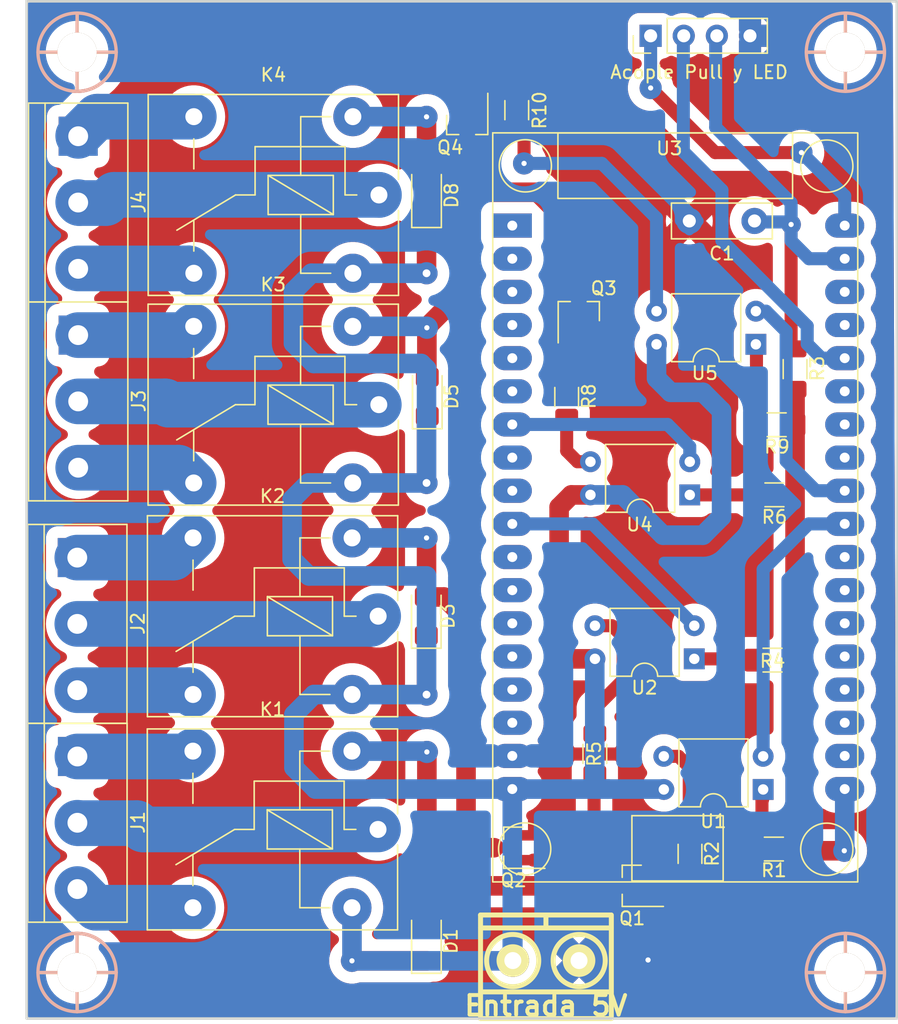
<source format=kicad_pcb>
(kicad_pcb (version 20221018) (generator pcbnew)
  (layers (0 "F.Cu" signal) (31 "B.Cu" signal) (34 "B.Paste" user) (35 "F.Paste" user) (36 "B.SilkS" user "B.Silkscreen") (37 "F.SilkS" user "F.Silkscreen") (38 "B.Mask" user) (39 "F.Mask" user) (44 "Edge.Cuts" user))
  (net 0 "")
  (net 1 "/NC1")
  (net 2 "+5V")
  (net 3 "/COM1")
  (net 4 "Net-(D1-A)")
  (net 5 "/NO1")
  (net 6 "/NC2")
  (net 7 "/COM2")
  (net 8 "Net-(D3-A)")
  (net 9 "/NO2")
  (net 10 "/NC3")
  (net 11 "/COM3")
  (net 12 "Net-(D5-A)")
  (net 13 "/NO3")
  (net 14 "/NC4")
  (net 15 "/COM4")
  (net 16 "Net-(D8-A)")
  (net 17 "/NO4")
  (net 18 "GND")
  (net 19 "Net-(Q1-B)")
  (net 20 "Net-(Q2-B)")
  (net 21 "Net-(Q3-B)")
  (net 22 "Net-(Q4-B)")
  (net 27 "/BT_Config")
  (net 29 "/IN1")
  (net 30 "/IN2")
  (net 36 "+3V3")
  (net 45 "/IN4")
  (net 46 "/IN3")
  (net 49 "Net-(R1-Pad2)")
  (net 50 "Net-(R2-Pad1)")
  (net 51 "Net-(R4-Pad2)")
  (net 52 "Net-(R5-Pad1)")
  (net 53 "Net-(R6-Pad2)")
  (net 54 "Net-(R8-Pad1)")
  (net 55 "Net-(R9-Pad2)")
  (net 56 "Net-(R10-Pad1)")
  (net 57 "/IN0")
  (net 58 "/7")
  (net 61 "unconnected-(U3-IO25-Pad8)")
  (net 63 "/LED_ConfigWIFI")
  (net 64 "/LED_ConfigBT")
  (footprint "Package_TO_SOT_SMD:SOT-23_Handsoldering" (layer "F.Cu") (at 113.96 84.6 180)
    (fp_text reference "Q1" (at 0 -2.5) (layer "F.SilkS"))
    (fp_text value "S8050" hide)
    (pad "1" smd rect (at -1.5 -0.95 180) (size 1.9 0.8) (layers "F.Cu" "F.Paste" "F.Mask") (net 19 "Net-(Q1-B)"))
    (pad "2" smd rect (at -1.5 0.95 180) (size 1.9 0.8) (layers "F.Cu" "F.Paste" "F.Mask") (net 18 "GND"))
    (pad "3" smd rect (at 1.5 0 180) (size 1.9 0.8) (layers "F.Cu" "F.Paste" "F.Mask") (net 4 "Net-(D1-A)"))
  )
  (footprint "Resistor_SMD:R_1206_3216Metric_Pad1.30x1.75mm_HandSolder" (layer "F.Cu") (at 126.4596 45.0028 90)
    (fp_text reference "R3" (at 0.0448 1.7088 90) (layer "F.SilkS"))
    (fp_text value "4,7k" hide)
    (pad "1" smd roundrect (at -1.55 0 90) (size 1.3 1.75) (layers "F.Cu" "F.Paste" "F.Mask") (roundrect_rratio 0.1923076923) (net 36 "+3V3"))
    (pad "2" smd roundrect (at 1.55 0 90) (size 1.3 1.75) (layers "F.Cu" "F.Paste" "F.Mask") (roundrect_rratio 0.1923076923) (net 27 "/BT_Config"))
  )
  (footprint "EESTN5:hole_3mm" (layer "F.Cu") (at 71.3834 20.7172)
    (fp_text reference "hole_3mm" hide)
    (fp_text value "VAL**" hide)
    (fp_circle (center 0 0) (end 3 0) (stroke (width 0.254)) (fill none) (layer "F.Cu"))
    (pad "1" thru_hole circle (at 0 0) (size 3 3) (drill 3) (layers "*.Cu" "F.SilkS"))
  )
  (footprint "Library PERSONALES:Relay_SPDT_Finder_36.11" (layer "F.Cu") (at 94.4684 80.2772 180)
    (fp_text reference "K1" (at 8.1 9.2 180) (layer "F.SilkS"))
    (fp_text value "G5V-1")
    (pad "1" thru_hole circle (at 14.2 -6 180) (size 3 3) (drill 1.3) (layers "*.Cu" "*.Mask") (net 1 "/NC1"))
    (pad "2" thru_hole circle (at 2 -6 180) (size 3 3) (drill 1.3) (layers "*.Cu" "*.Mask") (net 2 "+5V"))
    (pad "5" thru_hole circle (at 0 0 180) (size 3 3) (drill 1.3) (layers "*.Cu" "*.Mask") (net 3 "/COM1"))
    (pad "9" thru_hole circle (at 2 6 180) (size 3 3) (drill 1.3) (layers "*.Cu" "*.Mask") (net 4 "Net-(D1-A)"))
    (pad "10" thru_hole circle (at 14.2 6 180) (size 3 3) (drill 1.3) (layers "*.Cu" "*.Mask") (net 5 "/NO1"))
  )
  (footprint "Connector_PinHeader_2.54mm:PinHeader_1x04_P2.54mm_Vertical" (layer "F.Cu") (at 115.38 19.46 90)
    (fp_text reference "J7" hide)
    (fp_text value "Acople Pull y LED" (at -2.7904 3.7206 180) (layer "F.SilkS"))
    (pad "1" thru_hole rect (at 0 0 90) (size 1.7 1.7) (drill 1) (layers "*.Cu" "*.Mask") (net 64 "/LED_ConfigBT"))
    (pad "2" thru_hole oval (at 0 2.54 90) (size 1.7 1.7) (drill 1) (layers "*.Cu" "*.Mask") (net 63 "/LED_ConfigWIFI"))
    (pad "3" thru_hole oval (at 0 5.08 90) (size 1.7 1.7) (drill 1) (layers "*.Cu" "*.Mask") (net 27 "/BT_Config"))
    (pad "4" thru_hole oval (at 0 7.62 90) (size 1.7 1.7) (drill 1) (layers "*.Cu" "*.Mask") (net 18 "GND"))
  )
  (footprint "Resistor_SMD:R_1206_3216Metric_Pad1.30x1.75mm_HandSolder" (layer "F.Cu") (at 108.94 47.14 90)
    (fp_text reference "R8" (at 0.0484 1.7024 90) (layer "F.SilkS"))
    (fp_text value "1k" hide)
    (pad "1" smd roundrect (at -1.55 0 90) (size 1.3 1.75) (layers "F.Cu" "F.Paste" "F.Mask") (roundrect_rratio 0.1923076923) (net 54 "Net-(R8-Pad1)"))
    (pad "2" smd roundrect (at 1.55 0 90) (size 1.3 1.75) (layers "F.Cu" "F.Paste" "F.Mask") (roundrect_rratio 0.1923076923) (net 21 "Net-(Q3-B)"))
  )
  (footprint "Library PERSONALES:Relay_SPDT_Finder_36.11" (layer "F.Cu") (at 94.5384 31.6572 180)
    (fp_text reference "K4" (at 8.1 9.2 180) (layer "F.SilkS"))
    (fp_text value "G5V-1")
    (pad "1" thru_hole circle (at 14.2 -6 180) (size 3 3) (drill 1.3) (layers "*.Cu" "*.Mask") (net 14 "/NC4"))
    (pad "2" thru_hole circle (at 2 -6 180) (size 3 3) (drill 1.3) (layers "*.Cu" "*.Mask") (net 2 "+5V"))
    (pad "5" thru_hole circle (at 0 0 180) (size 3 3) (drill 1.3) (layers "*.Cu" "*.Mask") (net 15 "/COM4"))
    (pad "9" thru_hole circle (at 2 6 180) (size 3 3) (drill 1.3) (layers "*.Cu" "*.Mask") (net 16 "Net-(D8-A)"))
    (pad "10" thru_hole circle (at 14.2 6 180) (size 3 3) (drill 1.3) (layers "*.Cu" "*.Mask") (net 17 "/NO4"))
  )
  (footprint "Diode_SMD:D_1206_3216Metric_Pad1.42x1.75mm_HandSolder" (layer "F.Cu") (at 98.2472 47.111 90)
    (fp_text reference "D5" (at 0 1.8542 90) (layer "F.SilkS"))
    (fp_text value "D_Shockley" hide)
    (pad "1" smd roundrect (at -1.4875 0 90) (size 1.425 1.75) (layers "F.Cu" "F.Paste" "F.Mask") (roundrect_rratio 0.1754392982) (net 2 "+5V"))
    (pad "2" smd roundrect (at 1.4875 0 90) (size 1.425 1.75) (layers "F.Cu" "F.Paste" "F.Mask") (roundrect_rratio 0.1754392982) (net 12 "Net-(D5-A)"))
  )
  (footprint "EESTN5:BORNERA2_AZUL" (layer "F.Cu") (at 107.3484 90.3272 180)
    (fp_text reference "J6" hide)
    (fp_text value "Entrada 5V" (at -0.0016 -3.4628 180) (layer "F.SilkS") (effects (font (size 1.5 1.5) (thickness 0.3))))
    (pad "1" thru_hole circle (at -2.54 0 180) (size 2.5 2.5) (drill 1.3) (layers "*.Cu" "*.Mask" "F.SilkS") (net 18 "GND"))
    (pad "2" thru_hole circle (at 2.54 0 180) (size 2.5 2.5) (drill 1.3) (layers "*.Cu" "*.Mask" "F.SilkS") (net 2 "+5V"))
  )
  (footprint "Package_TO_SOT_SMD:SOT-23_Handsoldering" (layer "F.Cu") (at 101.31 26.27 -90)
    (fp_text reference "Q4" (at 1.7462 1.3102) (layer "F.SilkS"))
    (fp_text value "S8050" hide)
    (pad "1" smd rect (at -1.5 -0.95 270) (size 1.9 0.8) (layers "F.Cu" "F.Paste" "F.Mask") (net 22 "Net-(Q4-B)"))
    (pad "2" smd rect (at -1.5 0.95 270) (size 1.9 0.8) (layers "F.Cu" "F.Paste" "F.Mask") (net 18 "GND"))
    (pad "3" smd rect (at 1.5 0 270) (size 1.9 0.8) (layers "F.Cu" "F.Paste" "F.Mask") (net 16 "Net-(D8-A)"))
  )
  (footprint "Package_DIP:DIP-4_W7.62mm" (layer "F.Cu") (at 124.0112 77.215 180)
    (fp_text reference "U1" (at 3.8184 -2.4394) (layer "F.SilkS"))
    (fp_text value "PC817" hide)
    (pad "1" thru_hole rect (at 0 0 180) (size 1.6 1.6) (drill 0.8) (layers "*.Cu" "*.Mask") (net 49 "Net-(R1-Pad2)"))
    (pad "2" thru_hole oval (at 0 2.54 180) (size 1.6 1.6) (drill 0.8) (layers "*.Cu" "*.Mask") (net 29 "/IN1"))
    (pad "3" thru_hole oval (at 7.62 2.54 180) (size 1.6 1.6) (drill 0.8) (layers "*.Cu" "*.Mask") (net 50 "Net-(R2-Pad1)"))
    (pad "4" thru_hole oval (at 7.62 0 180) (size 1.6 1.6) (drill 0.8) (layers "*.Cu" "*.Mask") (net 2 "+5V"))
  )
  (footprint "Resistor_SMD:R_1206_3216Metric_Pad1.30x1.75mm_HandSolder" (layer "F.Cu") (at 124.8784 54.6372 180)
    (fp_text reference "R6" (at 0 -1.7) (layer "F.SilkS"))
    (fp_text value "1k" hide)
    (pad "1" smd roundrect (at -1.55 0 180) (size 1.3 1.75) (layers "F.Cu" "F.Paste" "F.Mask") (roundrect_rratio 0.1923076923) (net 36 "+3V3"))
    (pad "2" smd roundrect (at 1.55 0 180) (size 1.3 1.75) (layers "F.Cu" "F.Paste" "F.Mask") (roundrect_rratio 0.1923076923) (net 53 "Net-(R6-Pad2)"))
  )
  (footprint "Package_TO_SOT_SMD:SOT-23_Handsoldering" (layer "F.Cu") (at 109.8684 40.5872 90)
    (fp_text reference "Q3" (at 1.776 1.917 180) (layer "F.SilkS"))
    (fp_text value "S8050" hide)
    (pad "1" smd rect (at -1.5 -0.95 90) (size 1.9 0.8) (layers "F.Cu" "F.Paste" "F.Mask") (net 21 "Net-(Q3-B)"))
    (pad "2" smd rect (at -1.5 0.95 90) (size 1.9 0.8) (layers "F.Cu" "F.Paste" "F.Mask") (net 18 "GND"))
    (pad "3" smd rect (at 1.5 0 90) (size 1.9 0.8) (layers "F.Cu" "F.Paste" "F.Mask") (net 12 "Net-(D5-A)"))
  )
  (footprint "Diode_SMD:D_1206_3216Metric_Pad1.42x1.75mm_HandSolder" (layer "F.Cu") (at 98.171 63.9318 90)
    (fp_text reference "D3" (at 0 1.651 90) (layer "F.SilkS"))
    (fp_text value "D_Shockley" hide)
    (pad "1" smd roundrect (at -1.4875 0 90) (size 1.425 1.75) (layers "F.Cu" "F.Paste" "F.Mask") (roundrect_rratio 0.1754392982) (net 2 "+5V"))
    (pad "2" smd roundrect (at 1.4875 0 90) (size 1.425 1.75) (layers "F.Cu" "F.Paste" "F.Mask") (roundrect_rratio 0.1754392982) (net 8 "Net-(D3-A)"))
  )
  (footprint "LibraryPERSONALES:ESP32_Devkit_V1_36pin" (layer "F.Cu") (at 103.268 26.8996)
    (fp_text reference "U3" (at 13.5466 1.1928 unlocked) (layer "F.SilkS"))
    (fp_text value "ESP32_DevKit_V1_DOIT")
    (pad "1" thru_hole rect (at 1.5 7.105) (size 3 1.85) (drill 0.762) (layers "*.Cu" "*.Mask"))
    (pad "2" thru_hole oval (at 1.5 9.645) (size 3 1.85) (drill 0.762) (layers "*.Cu" "*.Mask"))
    (pad "3" thru_hole oval (at 1.5 12.185) (size 3 1.85) (drill 0.762) (layers "*.Cu" "*.Mask"))
    (pad "4" thru_hole oval (at 1.5 14.725) (size 3 1.85) (drill 0.762) (layers "*.Cu" "*.Mask"))
    (pad "5" thru_hole oval (at 1.5 17.265) (size 3 1.85) (drill 0.762) (layers "*.Cu" "*.Mask"))
    (pad "6" thru_hole oval (at 1.5 19.805) (size 3 1.85) (drill 0.762) (layers "*.Cu" "*.Mask"))
    (pad "7" thru_hole oval (at 1.5 22.345) (size 3 1.85) (drill 0.762) (layers "*.Cu" "*.Mask") (net 46 "/IN3"))
    (pad "8" thru_hole oval (at 1.5 24.885) (size 3 1.85) (drill 0.762) (layers "*.Cu" "*.Mask") (net 61 "unconnected-(U3-IO25-Pad8)"))
    (pad "9" thru_hole oval (at 1.5 27.425) (size 3 1.85) (drill 0.762) (layers "*.Cu" "*.Mask"))
    (pad "10" thru_hole oval (at 1.5 29.965) (size 3 1.85) (drill 0.762) (layers "*.Cu" "*.Mask") (net 30 "/IN2"))
    (pad "11" thru_hole oval (at 1.5 32.505) (size 3 1.85) (drill 0.762) (layers "*.Cu" "*.Mask"))
    (pad "12" thru_hole oval (at 1.5 35.045) (size 3 1.85) (drill 0.762) (layers "*.Cu" "*.Mask"))
    (pad "13" thru_hole oval (at 1.5 37.585) (size 3 1.85) (drill 0.762) (layers "*.Cu" "*.Mask"))
    (pad "14" thru_hole oval (at 1.5 40.125) (size 3 1.85) (drill 0.762) (layers "*.Cu" "*.Mask"))
    (pad "15" thru_hole oval (at 1.5 42.665) (size 3 1.85) (drill 0.762) (layers "*.Cu" "*.Mask"))
    (pad "16" thru_hole oval (at 1.5 45.205) (size 3 1.85) (drill 0.762) (layers "*.Cu" "*.Mask"))
    (pad "17" thru_hole oval (at 1.5 47.745) (size 3 1.85) (drill 0.762) (layers "*.Cu" "*.Mask") (net 18 "GND"))
    (pad "18" thru_hole oval (at 1.5 50.285) (size 3 1.85) (drill 0.762) (layers "*.Cu" "*.Mask") (net 2 "+5V"))
    (pad "19" thru_hole oval (at 27 50.285) (size 3 1.85) (drill 0.762) (layers "*.Cu" "*.Mask") (net 36 "+3V3"))
    (pad "20" thru_hole oval (at 27 47.745) (size 3 1.85) (drill 0.762) (layers "*.Cu" "*.Mask"))
    (pad "21" thru_hole oval (at 27 45.205) (size 3 1.85) (drill 0.762) (layers "*.Cu" "*.Mask"))
    (pad "22" thru_hole oval (at 27 42.665) (size 3 1.85) (drill 0.762) (layers "*.Cu" "*.Mask"))
    (pad "23" thru_hole oval (at 27 40.125) (size 3 1.85) (drill 0.762) (layers "*.Cu" "*.Mask"))
    (pad "24" thru_hole oval (at 27 37.585) (size 3 1.85) (drill 0.762) (layers "*.Cu" "*.Mask"))
    (pad "25" thru_hole oval (at 27 35.045) (size 3 1.85) (drill 0.762) (layers "*.Cu" "*.Mask"))
    (pad "26" thru_hole oval (at 27 32.505) (size 3 1.85) (drill 0.762) (layers "*.Cu" "*.Mask"))
    (pad "27" thru_hole oval (at 27 29.965) (size 3 1.85) (drill 0.762) (layers "*.Cu" "*.Mask") (net 29 "/IN1"))
    (pad "28" thru_hole oval (at 27 27.425) (size 3 1.85) (drill 0.762) (layers "*.Cu" "*.Mask") (net 45 "/IN4"))
    (pad "29" thru_hole oval (at 27 24.885) (size 3 1.85) (drill 0.762) (layers "*.Cu" "*.Mask"))
    (pad "30" thru_hole oval (at 27 22.345) (size 3 1.85) (drill 0.762) (layers "*.Cu" "*.Mask") (net 57 "/IN0"))
    (pad "31" thru_hole oval (at 27 19.805) (size 3 1.85) (drill 0.762) (layers "*.Cu" "*.Mask") (net 58 "/7"))
    (pad "32" thru_hole oval (at 27 17.265) (size 3 1.85) (drill 0.762) (layers "*.Cu" "*.Mask") (net 63 "/LED_ConfigWIFI"))
    (pad "33" thru_hole oval (at 27 14.725) (size 3 1.85) (drill 0.762) (layers "*.Cu" "*.Mask"))
    (pad "34" thru_hole oval (at 27 12.185) (size 3 1.85) (drill 0.762) (layers "*.Cu" "*.Mask"))
    (pad "35" thru_hole oval (at 27 9.645) (size 3 1.85) (drill 0.762) (layers "*.Cu" "*.Mask") (net 27 "/BT_Config"))
    (pad "36" thru_hole oval (at 27 7.105) (size 3 1.85) (drill 0.762) (layers "*.Cu" "*.Mask") (net 64 "/LED_ConfigBT"))
  )
  (footprint "Library PERSONALES:Relay_SPDT_Finder_36.11" (layer "F.Cu") (at 94.5284 47.7272 180)
    (fp_text reference "K3" (at 8.1 9.2 180) (layer "F.SilkS"))
    (fp_text value "G5V-1")
    (pad "1" thru_hole circle (at 14.2 -6 180) (size 3 3) (drill 1.3) (layers "*.Cu" "*.Mask") (net 10 "/NC3"))
    (pad "2" thru_hole circle (at 2 -6 180) (size 3 3) (drill 1.3) (layers "*.Cu" "*.Mask") (net 2 "+5V"))
    (pad "5" thru_hole circle (at 0 0 180) (size 3 3) (drill 1.3) (layers "*.Cu" "*.Mask") (net 11 "/COM3"))
    (pad "9" thru_hole circle (at 2 6 180) (size 3 3) (drill 1.3) (layers "*.Cu" "*.Mask") (net 12 "Net-(D5-A)"))
    (pad "10" thru_hole circle (at 14.2 6 180) (size 3 3) (drill 1.3) (layers "*.Cu" "*.Mask") (net 13 "/NO3"))
  )
  (footprint "Resistor_SMD:R_1206_3216Metric_Pad1.30x1.75mm_HandSolder" (layer "F.Cu") (at 118.4 82.15 -90)
    (fp_text reference "R2" (at -0.0064 -1.6912 90) (layer "F.SilkS"))
    (fp_text value "1k" hide)
    (pad "1" smd roundrect (at -1.55 0 270) (size 1.3 1.75) (layers "F.Cu" "F.Paste" "F.Mask") (roundrect_rratio 0.1923076923) (net 50 "Net-(R2-Pad1)"))
    (pad "2" smd roundrect (at 1.55 0 270) (size 1.3 1.75) (layers "F.Cu" "F.Paste" "F.Mask") (roundrect_rratio 0.1923076923) (net 19 "Net-(Q1-B)"))
  )
  (footprint "EESTN5:hole_3mm" (layer "F.Cu") (at 130.3204 20.7172)
    (fp_text reference "hole_3mm" hide)
    (fp_text value "VAL**" hide)
    (fp_circle (center 0 0) (end 3 0) (stroke (width 0.254)) (fill none) (layer "F.Cu"))
    (pad "1" thru_hole circle (at 0 0) (size 3 3) (drill 3) (layers "*.Cu" "F.SilkS"))
  )
  (footprint "Capacitor_THT:C_Disc_D7.5mm_W2.5mm_P5.00mm" (layer "F.Cu") (at 123.3462 33.649 180)
    (fp_text reference "C1" (at 2.5 -2.5) (layer "F.SilkS"))
    (fp_text value "C" hide)
    (pad "1" thru_hole circle (at 0 0 180) (size 2 2) (drill 1) (layers "*.Cu" "*.Mask") (net 27 "/BT_Config"))
    (pad "2" thru_hole circle (at 5 0 180) (size 2 2) (drill 1) (layers "*.Cu" "*.Mask") (net 18 "GND"))
  )
  (footprint "TerminalBlock:TerminalBlock_bornier-3_P5.08mm" (layer "F.Cu") (at 71.3984 59.4472 -90)
    (fp_text reference "J2" (at 5.05 -4.65 90) (layer "F.SilkS"))
    (fp_text value "Relay2")
    (pad "1" thru_hole rect (at 0 0 270) (size 3 3) (drill 1.52) (layers "*.Cu" "*.Mask") (net 9 "/NO2"))
    (pad "2" thru_hole circle (at 5.08 0 270) (size 3 3) (drill 1.52) (layers "*.Cu" "*.Mask") (net 7 "/COM2"))
    (pad "3" thru_hole circle (at 10.16 0 270) (size 3 3) (drill 1.52) (layers "*.Cu" "*.Mask") (net 6 "/NC2"))
  )
  (footprint "EESTN5:hole_3mm" (layer "F.Cu") (at 71.3834 91.2422)
    (fp_text reference "hole_3mm" hide)
    (fp_text value "VAL**" hide)
    (fp_circle (center 0 0) (end 3 0) (stroke (width 0.254)) (fill none) (layer "F.Cu"))
    (pad "1" thru_hole circle (at 0 0) (size 3 3) (drill 3) (layers "*.Cu" "F.SilkS"))
  )
  (footprint "Package_DIP:DIP-4_W7.62mm" (layer "F.Cu") (at 118.3824 54.6422 180)
    (fp_text reference "U4" (at 3.86 -2.2792) (layer "F.SilkS"))
    (fp_text value "PC817" hide)
    (pad "1" thru_hole rect (at 0 0 180) (size 1.6 1.6) (drill 0.8) (layers "*.Cu" "*.Mask") (net 53 "Net-(R6-Pad2)"))
    (pad "2" thru_hole oval (at 0 2.54 180) (size 1.6 1.6) (drill 0.8) (layers "*.Cu" "*.Mask") (net 46 "/IN3"))
    (pad "3" thru_hole oval (at 7.62 2.54 180) (size 1.6 1.6) (drill 0.8) (layers "*.Cu" "*.Mask") (net 54 "Net-(R8-Pad1)"))
    (pad "4" thru_hole oval (at 7.62 0 180) (size 1.6 1.6) (drill 0.8) (layers "*.Cu" "*.Mask") (net 2 "+5V"))
  )
  (footprint "TerminalBlock:TerminalBlock_bornier-3_P5.08mm" (layer "F.Cu") (at 71.4084 74.6872 -90)
    (fp_text reference "J1" (at 5.05 -4.65 90) (layer "F.SilkS"))
    (fp_text value "Relay1")
    (pad "1" thru_hole rect (at 0 0 270) (size 3 3) (drill 1.52) (layers "*.Cu" "*.Mask") (net 5 "/NO1"))
    (pad "2" thru_hole circle (at 5.08 0 270) (size 3 3) (drill 1.52) (layers "*.Cu" "*.Mask") (net 3 "/COM1"))
    (pad "3" thru_hole circle (at 10.16 0 270) (size 3 3) (drill 1.52) (layers "*.Cu" "*.Mask") (net 1 "/NC1"))
  )
  (footprint "Diode_SMD:D_1206_3216Metric_Pad1.42x1.75mm_HandSolder" (layer "F.Cu") (at 98.1894 31.6932 90)
    (fp_text reference "D8" (at 0 1.912 90) (layer "F.SilkS"))
    (fp_text value "D_Shockley" hide)
    (pad "1" smd roundrect (at -1.4875 0 90) (size 1.425 1.75) (layers "F.Cu" "F.Paste" "F.Mask") (roundrect_rratio 0.1754392982) (net 2 "+5V"))
    (pad "2" smd roundrect (at 1.4875 0 90) (size 1.425 1.75) (layers "F.Cu" "F.Paste" "F.Mask") (roundrect_rratio 0.1754392982) (net 16 "Net-(D8-A)"))
  )
  (footprint "Resistor_SMD:R_1206_3216Metric_Pad1.30x1.75mm_HandSolder" (layer "F.Cu") (at 111.1 74.49 -90)
    (fp_text reference "R5" (at 0 0.05 90) (layer "F.SilkS"))
    (fp_text value "1k" hide)
    (pad "1" smd roundrect (at -1.55 0 270) (size 1.3 1.75) (layers "F.Cu" "F.Paste" "F.Mask") (roundrect_rratio 0.1923076923) (net 52 "Net-(R5-Pad1)"))
    (pad "2" smd roundrect (at 1.55 0 270) (size 1.3 1.75) (layers "F.Cu" "F.Paste" "F.Mask") (roundrect_rratio 0.1923076923) (net 20 "Net-(Q2-B)"))
  )
  (footprint "EESTN5:hole_3mm" (layer "F.Cu") (at 130.3204 91.2422)
    (fp_text reference "hole_3mm" hide)
    (fp_text value "VAL**" hide)
    (fp_circle (center 0 0) (end 3 0) (stroke (width 0.254)) (fill none) (layer "F.Cu"))
    (pad "1" thru_hole circle (at 0 0) (size 3 3) (drill 3) (layers "*.Cu" "F.SilkS"))
  )
  (footprint "Resistor_SMD:R_1206_3216Metric_Pad1.30x1.75mm_HandSolder" (layer "F.Cu") (at 125.0484 49.2672 180)
    (fp_text reference "R9" (at -0.0212 -1.6852) (layer "F.SilkS"))
    (fp_text value "1k" hide)
    (pad "1" smd roundrect (at -1.55 0 180) (size 1.3 1.75) (layers "F.Cu" "F.Paste" "F.Mask") (roundrect_rratio 0.1923076923) (net 36 "+3V3"))
    (pad "2" smd roundrect (at 1.55 0 180) (size 1.3 1.75) (layers "F.Cu" "F.Paste" "F.Mask") (roundrect_rratio 0.1923076923) (net 55 "Net-(R9-Pad2)"))
  )
  (footprint "Package_TO_SOT_SMD:SOT-23_Handsoldering" (layer "F.Cu") (at 104.8696 81.6804 180)
    (fp_text reference "Q2" (at 0 -2.5) (layer "F.SilkS"))
    (fp_text value "S8050" hide)
    (pad "1" smd rect (at -1.5 -0.95 180) (size 1.9 0.8) (layers "F.Cu" "F.Paste" "F.Mask") (net 20 "Net-(Q2-B)"))
    (pad "2" smd rect (at -1.5 0.95 180) (size 1.9 0.8) (layers "F.Cu" "F.Paste" "F.Mask") (net 18 "GND"))
    (pad "3" smd rect (at 1.5 0 180) (size 1.9 0.8) (layers "F.Cu" "F.Paste" "F.Mask") (net 8 "Net-(D3-A)"))
  )
  (footprint "TerminalBlock:TerminalBlock_bornier-3_P5.08mm" (layer "F.Cu") (at 71.4684 42.3972 -90)
    (fp_text reference "J3" (at 5.05 -4.65 -90) (layer "F.SilkS"))
    (fp_text value "Relay3")
    (pad "1" thru_hole rect (at 0 0 270) (size 3 3) (drill 1.52) (layers "*.Cu" "*.Mask") (net 13 "/NO3"))
    (pad "2" thru_hole circle (at 5.08 0 270) (size 3 3) (drill 1.52) (layers "*.Cu" "*.Mask") (net 11 "/COM3"))
    (pad "3" thru_hole circle (at 10.16 0 270) (size 3 3) (drill 1.52) (layers "*.Cu" "*.Mask") (net 10 "/NC3"))
  )
  (footprint "Resistor_SMD:R_1206_3216Metric_Pad1.30x1.75mm_HandSolder" (layer "F.Cu") (at 124.7324 67.304 180)
    (fp_text reference "R4" (at 0 -0.07) (layer "F.SilkS"))
    (fp_text value "1k" hide)
    (pad "1" smd roundrect (at -1.55 0 180) (size 1.3 1.75) (layers "F.Cu" "F.Paste" "F.Mask") (roundrect_rratio 0.1923076923) (net 36 "+3V3"))
    (pad "2" smd roundrect (at 1.55 0 180) (size 1.3 1.75) (layers "F.Cu" "F.Paste" "F.Mask") (roundrect_rratio 0.1923076923) (net 51 "Net-(R4-Pad2)"))
  )
  (footprint "Resistor_SMD:R_1206_3216Metric_Pad1.30x1.75mm_HandSolder" (layer "F.Cu") (at 105.11 25.16 90)
    (fp_text reference "R10" (at -0.0114 1.7478 90) (layer "F.SilkS"))
    (fp_text value "1k" hide)
    (pad "1" smd roundrect (at -1.55 0 90) (size 1.3 1.75) (layers "F.Cu" "F.Paste" "F.Mask") (roundrect_rratio 0.1923076923) (net 56 "Net-(R10-Pad1)"))
    (pad "2" smd roundrect (at 1.55 0 90) (size 1.3 1.75) (layers "F.Cu" "F.Paste" "F.Mask") (roundrect_rratio 0.1923076923) (net 22 "Net-(Q4-B)"))
  )
  (footprint "Library PERSONALES:Relay_SPDT_Finder_36.11" (layer "F.Cu") (at 94.4784 63.9372 180)
    (fp_text reference "K2" (at 8.1 9.2 180) (layer "F.SilkS"))
    (fp_text value "G5V-1")
    (pad "1" thru_hole circle (at 14.2 -6 180) (size 3 3) (drill 1.3) (layers "*.Cu" "*.Mask") (net 6 "/NC2"))
    (pad "2" thru_hole circle (at 2 -6 180) (size 3 3) (drill 1.3) (layers "*.Cu" "*.Mask") (net 2 "+5V"))
    (pad "5" thru_hole circle (at 0 0 180) (size 3 3) (drill 1.3) (layers "*.Cu" "*.Mask") (net 7 "/COM2"))
    (pad "9" thru_hole circle (at 2 6 180) (size 3 3) (drill 1.3) (layers "*.Cu" "*.Mask") (net 8 "Net-(D3-A)"))
    (pad "10" thru_hole circle (at 14.2 6 180) (size 3 3) (drill 1.3) (layers "*.Cu" "*.Mask") (net 9 "/NO2"))
  )
  (footprint "Diode_SMD:D_1206_3216Metric_Pad1.42x1.75mm_HandSolder" (layer "F.Cu") (at 98.1784 88.8447 90)
    (fp_text reference "D1" (at 0 1.8722 90) (layer "F.SilkS"))
    (fp_text value "D_Shockley" hide)
    (pad "1" smd roundrect (at -1.4875 0 90) (size 1.425 1.75) (layers "F.Cu" "F.Paste" "F.Mask") (roundrect_rratio 0.1754392982) (net 2 "+5V"))
    (pad "2" smd roundrect (at 1.4875 0 90) (size 1.425 1.75) (layers "F.Cu" "F.Paste" "F.Mask") (roundrect_rratio 0.1754392982) (net 4 "Net-(D1-A)"))
  )
  (footprint "Package_DIP:DIP-4_W7.62mm" (layer "F.Cu") (at 123.4524 43.1028 180)
    (fp_text reference "U5" (at 3.92 -2.2108) (layer "F.SilkS"))
    (fp_text value "PC817" hide)
    (pad "1" thru_hole rect (at 0 0 180) (size 1.6 1.6) (drill 0.8) (layers "*.Cu" "*.Mask") (net 55 "Net-(R9-Pad2)"))
    (pad "2" thru_hole oval (at 0 2.54 180) (size 1.6 1.6) (drill 0.8) (layers "*.Cu" "*.Mask") (net 45 "/IN4"))
    (pad "3" thru_hole oval (at 7.62 2.54 180) (size 1.6 1.6) (drill 0.8) (layers "*.Cu" "*.Mask") (net 56 "Net-(R10-Pad1)"))
    (pad "4" thru_hole oval (at 7.62 0 180) (size 1.6 1.6) (drill 0.8) (layers "*.Cu" "*.Mask") (net 2 "+5V"))
  )
  (footprint "Resistor_SMD:R_1206_3216Metric_Pad1.30x1.75mm_HandSolder" (layer "F.Cu") (at 124.834 81.782 180)
    (fp_text reference "R1" (at 0 -1.6316) (layer "F.SilkS"))
    (fp_text value "1k" hide)
    (pad "1" smd roundrect (at -1.55 0 180) (size 1.3 1.75) (layers "F.Cu" "F.Paste" "F.Mask") (roundrect_rratio 0.1923076923) (net 36 "+3V3"))
    (pad "2" smd roundrect (at 1.55 0 180) (size 1.3 1.75) (layers "F.Cu" "F.Paste" "F.Mask") (roundrect_rratio 0.1923076923) (net 49 "Net-(R1-Pad2)"))
  )
  (footprint "Package_DIP:DIP-4_W7.62mm" (layer "F.Cu") (at 118.728 67.2074 180)
    (fp_text reference "U2" (at 3.8184 -2.2108) (layer "F.SilkS"))
    (fp_text value "PC817" hide)
    (pad "1" thru_hole rect (at 0 0 180) (size 1.6 1.6) (drill 0.8) (layers "*.Cu" "*.Mask") (net 51 "Net-(R4-Pad2)"))
    (pad "2" thru_hole oval (at 0 2.54 180) (size 1.6 1.6) (drill 0.8) (layers "*.Cu" "*.Mask") (net 30 "/IN2"))
    (pad "3" thru_hole oval (at 7.62 2.54 180) (size 1.6 1.6) (drill 0.8) (layers "*.Cu" "*.Mask") (net 52 "Net-(R5-Pad1)"))
    (pad "4" thru_hole oval (at 7.62 0 180) (size 1.6 1.6) (drill 0.8) (layers "*.Cu" "*.Mask") (net 2 "+5V"))
  )
  (footprint "TerminalBlock:TerminalBlock_bornier-3_P5.08mm" (layer "F.Cu") (at 71.4684 27.1572 -90)
    (fp_text reference "J4" (at 5.05 -4.65 90) (layer "F.SilkS"))
    (fp_text value "Relay4")
    (pad "1" thru_hole rect (at 0 0 270) (size 3 3) (drill 1.52) (layers "*.Cu" "*.Mask") (net 17 "/NO4"))
    (pad "2" thru_hole circle (at 5.08 0 270) (size 3 3) (drill 1.52) (layers "*.Cu" "*.Mask") (net 15 "/COM4"))
    (pad "3" thru_hole circle (at 10.16 0 270) (size 3 3) (drill 1.52) (layers "*.Cu" "*.Mask") (net 14 "/NC4"))
  )
  (gr_rect (start 67.5184 16.8172) (end 134.2632 94.7672) (stroke (width 0.2)) (fill none) (layer "Edge.Cuts"))
  (via (at 71.3834 91.2422) (size 0.8) (drill 0.4) (layers "F.Cu" "B.Cu") (net 0))
  (segment (start 72.8384 86.2772) (end 71.4084 84.8472) (width 3.5) (layer "B.Cu") (net 1))
  (segment (start 80.2684 86.2772) (end 72.8384 86.2772) (width 3.5) (layer "B.Cu") (net 1))
  (segment (start 111.108 67.2074) (end 109.1874 67.2074) (width 1.5) (layer "F.Cu") (net 2))
  (segment (start 98.1894 37.6572) (end 98.1894 33.1807) (width 1.5) (layer "F.Cu") (net 2))
  (segment (start 109.1874 67.2074) (end 108.36 66.38) (width 1.5) (layer "F.Cu") (net 2))
  (segment (start 108.36 66.38) (end 108.36 55.58) (width 1.5) (layer "F.Cu") (net 2))
  (segment (start 108.36 55.58) (end 109.2978 54.6422) (width 1.5) (layer "F.Cu") (net 2))
  (segment (start 109.2978 54.6422) (end 110.7624 54.6422) (width 1.5) (layer "F.Cu") (net 2))
  (segment (start 98.1894 65.4387) (end 98.1894 69.9456) (width 1.5) (layer "F.Cu") (net 2))
  (segment (start 92.4684 90.3472) (end 98.2484 90.3472) (width 1.5) (layer "F.Cu") (net 2))
  (segment (start 98.1894 53.7272) (end 98.1894 48.6239) (width 1.5) (layer "F.Cu") (net 2))
  (via (at 98.1894 53.7272) (size 1.7) (drill 0.6) (layers "F.Cu" "B.Cu") (net 2))
  (via (at 98.1894 37.6572) (size 1.7) (drill 0.6) (layers "F.Cu" "B.Cu") (net 2))
  (via (at 98.1894 69.9456) (size 1.7) (drill 0.6) (layers "F.Cu" "B.Cu") (net 2))
  (via (at 92.4684 90.3472) (size 1.7) (drill 0.4) (layers "F.Cu" "B.Cu") (net 2))
  (segment (start 110.7624 54.6422) (end 113.239 54.6422) (width 1.5) (layer "B.Cu") (net 2))
  (segment (start 98.1894 53.7272) (end 92.5284 53.7272) (width 1.5) (layer "B.Cu") (net 2))
  (segment (start 119.3984 46.7808) (end 116.9092 46.7808) (width 1.5) (layer "B.Cu") (net 2))
  (segment (start 116.9092 46.7808) (end 115.8324 45.704) (width 1.5) (layer "B.Cu") (net 2))
  (segment (start 111.0926 67.2228) (end 111.0926 77.1846) (width 1.5) (layer "B.Cu") (net 2))
  (segment (start 87.8784 59.5672) (end 89.1636 60.8524) (width 1.5) (layer "B.Cu") (net 2))
  (segment (start 120.8208 48.2032) (end 119.3984 46.7808) (width 1.5) (layer "B.Cu") (net 2))
  (segment (start 113.239 54.6422) (end 116.325 57.7282) (width 1.5) (layer "B.Cu") (net 2))
  (segment (start 89.3584 37.6572) (end 92.5384 37.6572) (width 1.5) (layer "B.Cu") (net 2))
  (segment (start 87.9784 39.0372) (end 89.3584 37.6572) (width 1.5) (layer "B.Cu") (net 2))
  (segment (start 98.164 69.9456) (end 98.1386 69.9202) (width 1.5) (layer "B.Cu") (net 2))
  (segment (start 98.1132 69.9456) (end 92.4868 69.9456) (width 1.5) (layer "B.Cu") (net 2))
  (segment (start 104.768 77.1846) (end 97.9608 77.1846) (width 1.5) (layer "B.Cu") (net 2))
  (segment (start 92.5384 86.2072) (end 92.4684 86.2772) (width 1.5) (layer "B.Cu") (net 2))
  (segment (start 98.1894 44.9774) (end 97.783 44.571) (width 1.5) (layer "B.Cu") (net 2))
  (segment (start 92.4684 90.3472) (end 92.4684 86.2772) (width 1.5) (layer "B.Cu") (net 2))
  (segment (start 97.783 44.571) (end 89.5322 44.571) (width 1.5) (layer "B.Cu") (net 2))
  (segment (start 92.4868 69.9456) (end 92.4784 69.9372) (width 1.5) (layer "B.Cu") (net 2))
  (segment (start 92.5284 53.7272) (end 89.1384 53.7272) (width 1.5) (layer "B.Cu") (net 2))
  (segment (start 88.0184 75.5372) (end 89.6658 77.1846) (width 1.5) (layer "B.Cu") (net 2))
  (segment (start 98.1894 60.8524) (end 98.1894 69.9456) (width 1.5) (layer "B.Cu") (net 2))
  (segment (start 116.325 57.7282) (end 119.3984 57.7282) (width 1.5) (layer "B.Cu") (net 2))
  (segment (start 98.1894 53.7272) (end 98.1894 44.9774) (width 1.5) (layer "B.Cu") (net 2))
  (segment (start 87.9784 43.0172) (end 87.9784 39.0372) (width 1.5) (layer "B.Cu") (net 2))
  (segment (start 88.0184 71.4772) (end 88.0184 75.5372) (width 1.5) (layer "B.Cu") (net 2))
  (segment (start 111.108 67.2074) (end 111.0926 67.2228) (width 1.5) (layer "B.Cu") (net 2))
  (segment (start 111.0926 77.1846) (end 112.134 77.1846) (width 1.5) (layer "B.Cu") (net 2))
  (segment (start 104.768 90.2618) (end 104.8084 90.3022) (width 1.5) (layer "B.Cu") (net 2))
  (segment (start 89.1636 60.8524) (end 98.1894 60.8524) (width 1.5) (layer "B.Cu") (net 2))
  (segment (start 115.8324 45.704) (end 115.8324 43.1028) (width 1.5) (layer "B.Cu") (net 2))
  (segment (start 112.134 77.1846) (end 116.2184 77.1846) (width 1.5) (layer "B.Cu") (net 2))
  (segment (start 119.3984 57.7282) (end 120.8208 56.3058) (width 1.5) (layer "B.Cu") (net 2))
  (segment (start 87.8784 54.9872) (end 87.8784 59.5672) (width 1.5) (layer "B.Cu") (net 2))
  (segment (start 89.5584 69.9372) (end 88.0184 71.4772) (width 1.5) (layer "B.Cu") (net 2))
  (segment (start 92.5384 37.6572) (end 98.1894 37.6572) (width 1.5) (layer "B.Cu") (net 2))
  (segment (start 98.1386 69.9202) (end 98.1132 69.9456) (width 1.5) (layer "B.Cu") (net 2))
  (segment (start 120.8208 56.3058) (end 120.8208 48.2032) (width 1.5) (layer "B.Cu") (net 2))
  (segment (start 89.6658 77.1846) (end 97.9608 77.1846) (width 1.5) (layer "B.Cu") (net 2))
  (segment (start 104.768 77.1846) (end 112.134 77.1846) (width 1.5) (layer "B.Cu") (net 2))
  (segment (start 98.1894 69.9456) (end 98.164 69.9456) (width 1.5) (layer "B.Cu") (net 2))
  (segment (start 92.4784 69.9372) (end 89.5584 69.9372) (width 1.5) (layer "B.Cu") (net 2))
  (segment (start 104.768 77.1846) (end 104.768 90.2618) (width 1.5) (layer "B.Cu") (net 2))
  (segment (start 89.1384 53.7272) (end 87.8784 54.9872) (width 1.5) (layer "B.Cu") (net 2))
  (segment (start 104.7634 90.3472) (end 104.8084 90.3022) (width 1.5) (layer "B.Cu") (net 2))
  (segment (start 92.4684 90.3472) (end 104.7634 90.3472) (width 1.5) (layer "B.Cu") (net 2))
  (segment (start 89.5322 44.571) (end 87.9784 43.0172) (width 1.5) (layer "B.Cu") (net 2))
  (segment (start 104.8084 90.3022) (end 104.8084 84.0322) (width 1.5) (layer "B.Cu") (net 2))
  (segment (start 76.4384 80.2772) (end 75.9584 79.7972) (width 3.5) (layer "B.Cu") (net 3))
  (segment (start 94.4684 80.2772) (end 76.4384 80.2772) (width 3.5) (layer "B.Cu") (net 3))
  (segment (start 75.9584 79.7972) (end 71.4384 79.7972) (width 3.5) (layer "B.Cu") (net 3))
  (segment (start 71.4384 79.7972) (end 71.4084 79.7672) (width 3.5) (layer "B.Cu") (net 3))
  (segment (start 98.2448 85.2472) (end 98.2148 85.2172) (width 1.5) (layer "F.Cu") (net 4))
  (segment (start 98.2148 74.3408) (end 98.2148 74.2772) (width 1.5) (layer "F.Cu") (net 4))
  (segment (start 98.2148 87.3208) (end 98.1784 87.3572) (width 1.5) (layer "F.Cu") (net 4))
  (segment (start 98.2148 74.3408) (end 98.2148 85.2172) (width 1.5) (layer "F.Cu") (net 4))
  (segment (start 98.4348 84.6) (end 112.46 84.6) (width 1.5) (layer "F.Cu") (net 4))
  (segment (start 98.2148 85.2172) (end 98.2148 87.3208) (width 1.5) (layer "F.Cu") (net 4))
  (via (at 98.2148 74.3408) (size 1.7) (drill 0.4) (layers "F.Cu" "B.Cu") (net 4))
  (segment (start 98.2148 74.2772) (end 92.4684 74.2772) (width 1.5) (layer "B.Cu") (net 4))
  (segment (start 92.5484 74.1972) (end 92.4684 74.2772) (width 1.5) (layer "B.Cu") (net 4))
  (segment (start 79.8584 74.6872) (end 80.2684 74.2772) (width 3.5) (layer "B.Cu") (net 5))
  (segment (start 71.4084 74.6872) (end 79.8584 74.6872) (width 3.5) (layer "B.Cu") (net 5))
  (segment (start 71.3984 69.6072) (end 79.9484 69.6072) (width 3.5) (layer "B.Cu") (net 6))
  (segment (start 79.9484 69.6072) (end 80.2784 69.9372) (width 3.5) (layer "B.Cu") (net 6))
  (segment (start 71.3984 64.5272) (end 93.8884 64.5272) (width 3.5) (layer "B.Cu") (net 7))
  (segment (start 93.8884 64.5272) (end 94.4784 63.9372) (width 3.5) (layer "B.Cu") (net 7))
  (segment (start 99.5249 62.4637) (end 101.2184 64.1572) (width 1.5) (layer "F.Cu") (net 8))
  (segment (start 98.1894 62.4637) (end 99.5249 62.4637) (width 1.5) (layer "F.Cu") (net 8))
  (segment (start 98.1894 57.9372) (end 98.1894 62.4637) (width 1.5) (layer "F.Cu") (net 8))
  (segment (start 101.2184 64.1572) (end 101.2184 81.6804) (width 1.5) (layer "F.Cu") (net 8))
  (segment (start 101.2184 81.6804) (end 103.3696 81.6804) (width 1.5) (layer "F.Cu") (net 8))
  (via (at 98.1894 57.9372) (size 1.7) (drill 0.4) (layers "F.Cu" "B.Cu") (net 8))
  (segment (start 92.4784 57.9372) (end 98.1894 57.9372) (width 1.5) (layer "B.Cu") (net 8))
  (segment (start 71.3984 59.4472) (end 78.7684 59.4472) (width 3.5) (layer "B.Cu") (net 9))
  (segment (start 78.7684 59.4472) (end 80.2784 57.9372) (width 3.5) (layer "B.Cu") (net 9))
  (segment (start 79.1584 52.5572) (end 80.3284 53.7272) (width 3.5) (layer "B.Cu") (net 10))
  (segment (start 71.4684 52.5572) (end 79.1584 52.5572) (width 3.5) (layer "B.Cu") (net 10))
  (segment (start 78.4084 47.7272) (end 94.5284 47.7272) (width 3.5) (layer "B.Cu") (net 11))
  (segment (start 78.1584 47.4772) (end 78.4084 47.7272) (width 3.5) (layer "B.Cu") (net 11))
  (segment (start 71.4684 47.4772) (end 78.1584 47.4772) (width 3.5) (layer "B.Cu") (net 11))
  (segment (start 109.9184 34.6592) (end 109.9184 39.0372) (width 1.5) (layer "F.Cu") (net 12))
  (segment (start 101.0184 32.9372) (end 102.5056 31.45) (width 1.5) (layer "F.Cu") (net 12))
  (segment (start 102.5056 31.45) (end 106.7092 31.45) (width 1.5) (layer "F.Cu") (net 12))
  (segment (start 101.0184 38.9772) (end 101.0184 32.9372) (width 1.5) (layer "F.Cu") (net 12))
  (segment (start 109.9184 39.0372) (end 109.8684 39.0872) (width 1.5) (layer "F.Cu") (net 12))
  (segment (start 106.7092 31.45) (end 109.9184 34.6592) (width 1.5) (layer "F.Cu") (net 12))
  (segment (start 98.2148 41.8336) (end 98.2148 45.6235) (width 1.5) (layer "F.Cu") (net 12))
  (segment (start 98.2148 41.7808) (end 101.0184 38.9772) (width 1.5) (layer "F.Cu") (net 12))
  (segment (start 98.2148 41.8336) (end 98.2148 41.7272) (width 1.5) (layer "F.Cu") (net 12))
  (segment (start 98.2148 41.8336) (end 98.2148 41.7808) (width 1.5) (layer "F.Cu") (net 12))
  (via (at 98.2148 41.8336) (size 1.7) (drill 0.4) (layers "F.Cu" "B.Cu") (net 12))
  (segment (start 98.2148 41.7272) (end 92.5284 41.7272) (width 1.5) (layer "B.Cu") (net 12))
  (segment (start 92.5684 41.7672) (end 92.5284 41.7272) (width 1.5) (layer "B.Cu") (net 12))
  (segment (start 71.4684 42.3972) (end 79.6584 42.3972) (width 3.5) (layer "B.Cu") (net 13))
  (segment (start 79.6584 42.3972) (end 80.3284 41.7272) (width 3.5) (layer "B.Cu") (net 13))
  (segment (start 79.9684 37.2872) (end 80.3384 37.6572) (width 3.5) (layer "B.Cu") (net 14))
  (segment (start 71.4684 37.2872) (end 79.9684 37.2872) (width 3.5) (layer "B.Cu") (net 14))
  (segment (start 94.5284 31.6472) (end 94.5384 31.6572) (width 3.5) (layer "B.Cu") (net 15))
  (segment (start 74.2284 31.6472) (end 94.5284 31.6472) (width 3.5) (layer "B.Cu") (net 15))
  (segment (start 71.4684 32.2072) (end 71.5384 32.2772) (width 3.5) (layer "B.Cu") (net 15))
  (segment (start 71.5384 32.2772) (end 73.5984 32.2772) (width 3.5) (layer "B.Cu") (net 15))
  (segment (start 73.5984 32.2772) (end 74.2284 31.6472) (width 3.5) (layer "B.Cu") (net 15))
  (segment (start 100.4243 30.2057) (end 98.1894 30.2057) (width 1.5) (layer "F.Cu") (net 16))
  (segment (start 101.31 27.77) (end 101.31 29.32) (width 1.5) (layer "F.Cu") (net 16))
  (segment (start 98.1894 30.2057) (end 98.1894 25.67) (width 1.5) (layer "F.Cu") (net 16))
  (segment (start 101.31 29.32) (end 100.4243 30.2057) (width 1.5) (layer "F.Cu") (net 16))
  (via (at 98.1894 25.67) (size 1.7) (drill 0.4) (layers "F.Cu" "B.Cu") (net 16))
  (segment (start 98.1766 25.6572) (end 92.5384 25.6572) (width 1.5) (layer "B.Cu") (net 16))
  (segment (start 98.1894 25.67) (end 98.1766 25.6572) (width 1.5) (layer "B.Cu") (net 16))
  (segment (start 72.9384 25.6572) (end 71.4684 27.1272) (width 3.5) (layer "B.Cu") (net 17))
  (segment (start 80.3384 25.6572) (end 72.9384 25.6572) (width 3.5) (layer "B.Cu") (net 17))
  (segment (start 109.13 74.5) (end 112.87 74.5) (width 1) (layer "F.Cu") (net 18))
  (via (at 115.182 90.2822) (size 2) (drill 0.4) (layers "F.Cu" "B.Cu") (net 18))
  (segment (start 109.9084 90.2822) (end 109.8884 90.3022) (width 1.5) (layer "B.Cu") (net 18))
  (segment (start 115.182 90.2822) (end 109.9084 90.2822) (width 1.5) (layer "B.Cu") (net 18))
  (segment (start 115.46 85.55) (end 117.78 85.55) (width 1) (layer "F.Cu") (net 19))
  (segment (start 117.78 85.55) (end 118.4 84.93) (width 1) (layer "F.Cu") (net 19))
  (segment (start 118.4 84.93) (end 118.4 83.7) (width 1) (layer "F.Cu") (net 19))
  (segment (start 111.04 76.1) (end 111.1 76.04) (width 1) (layer "F.Cu") (net 20))
  (segment (start 109.5396 82.6304) (end 111.04 81.13) (width 1) (layer "F.Cu") (net 20))
  (segment (start 106.3696 82.6304) (end 109.5396 82.6304) (width 1) (layer "F.Cu") (net 20))
  (segment (start 111.04 81.13) (end 111.04 76.1) (width 1) (layer "F.Cu") (net 20))
  (segment (start 108.9184 45.5684) (end 108.94 45.59) (width 1) (layer "F.Cu") (net 21))
  (segment (start 108.9184 42.0872) (end 108.9184 45.5684) (width 1) (layer "F.Cu") (net 21))
  (segment (start 102.91 23.61) (end 105.11 23.61) (width 1) (layer "F.Cu") (net 22))
  (segment (start 102.26 24.26) (end 102.91 23.61) (width 1) (layer "F.Cu") (net 22))
  (segment (start 102.26 24.77) (end 102.26 24.26) (width 1) (layer "F.Cu") (net 22))
  (segment (start 126.1548 33.92) (end 126.1548 43.148) (width 1) (layer "F.Cu") (net 27))
  (segment (start 123.8288 33.7252) (end 123.778 33.776) (width 1) (layer "F.Cu") (net 27))
  (segment (start 126.1548 43.148) (end 126.4596 43.4528) (width 1) (layer "F.Cu") (net 27))
  (via (at 126.1548 33.92) (size 1.5) (drill 0.4) (layers "F.Cu" "B.Cu") (net 27))
  (segment (start 123.9196 33.6344) (end 123.778 33.776) (width 1) (layer "B.Cu") (net 27))
  (segment (start 126.1548 33.92) (end 126.1548 32.2648) (width 1) (layer "B.Cu") (net 27))
  (segment (start 120.37 19.55) (end 120.46 19.46) (width 1) (layer "B.Cu") (net 27))
  (segment (start 126.1548 32.2648) (end 120.37 26.48) (width 1) (layer "B.Cu") (net 27))
  (segment (start 126.1548 33.92) (end 126.1548 35.173) (width 1) (layer "B.Cu") (net 27))
  (segment (start 125.96 33.7252) (end 123.8288 33.7252) (width 1) (layer "B.Cu") (net 27))
  (segment (start 120.37 26.48) (end 120.37 19.55) (width 1) (layer "B.Cu") (net 27))
  (segment (start 126.1548 33.92) (end 125.96 33.7252) (width 1) (layer "B.Cu") (net 27))
  (segment (start 127.5264 36.5446) (end 130.268 36.5446) (width 1) (layer "B.Cu") (net 27))
  (segment (start 126.1548 35.173) (end 127.5264 36.5446) (width 1) (layer "B.Cu") (net 27))
  (segment (start 126.1548 33.92) (end 126.19 33.8848) (width 1) (layer "B.Cu") (net 27))
  (segment (start 127.501 56.8646) (end 130.268 56.8646) (width 1) (layer "B.Cu") (net 29))
  (segment (start 124.0112 74.675) (end 124.0112 60.3544) (width 1) (layer "B.Cu") (net 29))
  (segment (start 124.0112 60.3544) (end 127.501 56.8646) (width 1) (layer "B.Cu") (net 29))
  (segment (start 118.728 64.6674) (end 110.9252 56.8646) (width 1) (layer "B.Cu") (net 30))
  (segment (start 110.9252 56.8646) (end 104.768 56.8646) (width 1) (layer "B.Cu") (net 30))
  (segment (start 126.9206 81.9122) (end 126.4596 81.4512) (width 1.5) (layer "F.Cu") (net 36))
  (segment (start 130.2334 81.9122) (end 130.2684 81.8772) (width 1.5) (layer "F.Cu") (net 36))
  (segment (start 126.4596 81.4512) (end 126.4596 46.9084) (width 1.5) (layer "F.Cu") (net 36))
  (segment (start 130.1604 81.9852) (end 130.2334 81.9122) (width 1) (layer "F.Cu") (net 36))
  (segment (start 127.8064 81.9852) (end 130.1604 81.9852) (width 1) (layer "F.Cu") (net 36))
  (segment (start 130.2334 81.9122) (end 126.9206 81.9122) (width 1.5) (layer "F.Cu") (net 36))
  (via (at 130.2334 81.9122) (size 1.7) (drill 0.4) (layers "F.Cu" "B.Cu") (net 36))
  (segment (start 130.268 77.1846) (end 130.268 81.8376) (width 1.5) (layer "B.Cu") (net 36))
  (segment (start 125.7738 52.0386) (end 125.7738 42.1072) (width 1) (layer "B.Cu") (net 45))
  (segment (start 130.268 54.3246) (end 128.0598 54.3246) (width 1) (layer "B.Cu") (net 45))
  (segment (start 128.0598 54.3246) (end 125.7738 52.0386) (width 1) (layer "B.Cu") (net 45))
  (segment (start 125.7738 42.1072) (end 124.2294 40.5628) (width 1) (layer "B.Cu") (net 45))
  (segment (start 124.2294 40.5628) (end 123.4524 40.5628) (width 1) (layer "B.Cu") (net 45))
  (segment (start 118.3824 52.1022) (end 118.3824 50.9464) (width 1) (layer "B.Cu") (net 46))
  (segment (start 118.3824 50.9464) (end 116.6806 49.2446) (width 1) (layer "B.Cu") (net 46))
  (segment (start 116.6806 49.2446) (end 104.8306 49.2446) (width 1) (layer "B.Cu") (net 46))
  (segment (start 123.284 81.782) (end 123.31 81.756) (width 1) (layer "F.Cu") (net 49))
  (segment (start 123.31 80.258) (end 123.9196 79.6484) (width 1) (layer "F.Cu") (net 49))
  (segment (start 123.9196 79.6484) (end 123.9196 78.044) (width 1) (layer "F.Cu") (net 49))
  (segment (start 123.9196 78.044) (end 123.9704 77.9932) (width 1) (layer "F.Cu") (net 49))
  (segment (start 123.31 81.756) (end 123.31 80.258) (width 1) (layer "F.Cu") (net 49))
  (segment (start 117.515 74.675) (end 118.34 75.5) (width 1) (layer "F.Cu") (net 50))
  (segment (start 118.34 80.54) (end 118.4 80.6) (width 1) (layer "F.Cu") (net 50))
  (segment (start 118.34 75.5) (end 118.34 80.54) (width 1) (layer "F.Cu") (net 50))
  (segment (start 116.3912 74.675) (end 117.515 74.675) (width 1) (layer "F.Cu") (net 50))
  (segment (start 123.0858 67.2074) (end 123.1824 67.304) (width 1) (layer "F.Cu") (net 51))
  (segment (start 118.728 67.2074) (end 123.0858 67.2074) (width 1) (layer "F.Cu") (net 51))
  (segment (start 113.27 65.53) (end 113.27 68.83) (width 1) (layer "F.Cu") (net 52))
  (segment (start 112.4074 64.6674) (end 113.27 65.53) (width 1) (layer "F.Cu") (net 52))
  (segment (start 111.108 64.6674) (end 112.4074 64.6674) (width 1) (layer "F.Cu") (net 52))
  (segment (start 111.1 71) (end 111.1 72.94) (width 1) (layer "F.Cu") (net 52))
  (segment (start 113.27 68.83) (end 111.1 71) (width 1) (layer "F.Cu") (net 52))
  (segment (start 118.3824 54.6422) (end 122.7434 54.6422) (width 1) (layer "F.Cu") (net 53))
  (segment (start 108.94 51.27) (end 108.94 48.69) (width 1) (layer "F.Cu") (net 54))
  (segment (start 110.7624 52.1022) (end 109.7722 52.1022) (width 1) (layer "F.Cu") (net 54))
  (segment (start 109.7722 52.1022) (end 108.94 51.27) (width 1) (layer "F.Cu") (net 54))
  (segment (start 123.4984 43.1488) (end 123.4984 49.2672) (width 1) (layer "F.Cu") (net 55))
  (segment (start 123.4524 43.1028) (end 123.4984 43.1488) (width 1) (layer "F.Cu") (net 55))
  (segment (start 105.67 27.27) (end 105.11 26.71) (width 1) (layer "F.Cu") (net 56))
  (segment (start 105.67 29.24) (end 105.67 27.27) (width 1) (layer "F.Cu") (net 56))
  (via (at 105.67 29.24) (size 1.7) (drill 0.4) (layers "F.Cu" "B.Cu") (net 56))
  (segment (start 111.6366 29.24) (end 115.8324 33.4358) (width 1) (layer "B.Cu") (net 56))
  (segment (start 115.8324 33.4358) (end 115.8324 40.5628) (width 1) (layer "B.Cu") (net 56))
  (segment (start 105.67 29.24) (end 111.6366 29.24) (width 1) (layer "B.Cu") (net 56))
  (segment (start 104.8306 51.8472) (end 104.768 51.7846) (width 1) (layer "F.Cu") (net 61))
  (segment (start 128.4846 44.1646) (end 130.268 44.1646) (width 1) (layer "B.Cu") (net 63))
  (segment (start 127.39 43.07) (end 128.4846 44.1646) (width 1) (layer "B.Cu") (net 63))
  (segment (start 130.2934 44.1392) (end 130.268 44.1646) (width 1) (layer "B.Cu") (net 63))
  (segment (start 127.39 41.696964) (end 127.39 43.07) (width 1) (layer "B.Cu") (net 63))
  (segment (start 117.92 19.46) (end 117.89 19.49) (width 1) (layer "B.Cu") (net 63))
  (segment (start 120.85 35.156964) (end 127.39 41.696964) (width 1) (layer "B.Cu") (net 63))
  (segment (start 117.89 28.33) (end 120.85 31.29) (width 1) (layer "B.Cu") (net 63))
  (segment (start 117.89 19.49) (end 117.89 28.33) (width 1) (layer "B.Cu") (net 63))
  (segment (start 120.85 31.29) (end 120.85 35.156964) (width 1) (layer "B.Cu") (net 63))
  (segment (start 120.33 28.41) (end 126.95 28.41) (width 1) (layer "F.Cu") (net 64))
  (segment (start 115.38 23.46) (end 120.33 28.41) (width 1) (layer "F.Cu") (net 64))
  (via (at 115.38 23.46) (size 1.7) (drill 0.4) (layers "F.Cu" "B.Cu") (net 64))
  (via (at 126.95 28.41) (size 1.7) (drill 0.4) (layers "F.Cu" "B.Cu") (net 64))
  (segment (start 115.38 19.46) (end 115.38 23.46) (width 1) (layer "B.Cu") (net 64))
  (segment (start 130.268 31.728) (end 130.268 34.0046) (width 1) (layer "B.Cu") (net 64))
  (segment (start 126.95 28.41) (end 130.268 31.728) (width 1) (layer "B.Cu") (net 64))
  (zone (net 0) (net_name "") (layer "F.Cu") (connect_pads (clearance 0)) (min_thickness 0.8)
    (keepout (tracks not_allowed) (vias not_allowed) (pads not_allowed) (copperpour not_allowed) (footprints allowed))
    (fill (thermal_gap 0.8) (thermal_bridge_width 1.5))
    (polygon (pts (xy 102.736 72.9936) (xy 106.4444 73.2476) (xy 106.3428 75.8384) (xy 102.6344 76.0416) (xy 102.736 73.0444)))
  )
  (zone (net 18) (net_name "GND") (layers "F&B.Cu") (connect_pads (clearance 0.9)) (min_thickness 0.8) (fill yes (thermal_gap 0.8) (thermal_bridge_width 1.8))
    (polygon (pts (xy 133.9526 16.7996) (xy 67.5184 16.8172) (xy 67.5184 94.7672) (xy 134.2632 94.7672)))
  )
)
</source>
